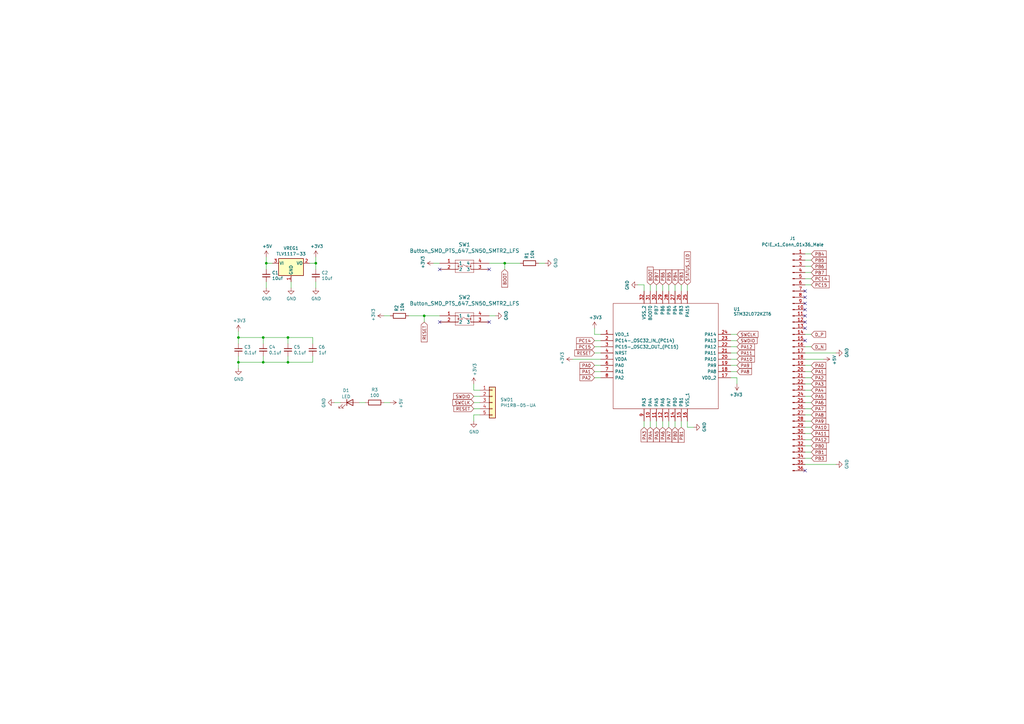
<source format=kicad_sch>
(kicad_sch (version 20211123) (generator eeschema)
  (paper "A3")
  (title_block (title "Uniform Keyboard"))
  (lib_symbols
    (symbol "Connector:Conn_01x36_Male" (pin_names (offset 1.016) hide)
      (property "Reference" "J" (at 0 45.72 0))
      (property "Value" "Conn_01x36_Male" (at 0 -48.26 0))
      (symbol "Conn_01x36_Male_1_1"
        (polyline (pts (xy 1.27 -45.72) (xy 0.8636 -45.72)) (stroke (width 0.1524)))
        (polyline (pts (xy 1.27 -43.18) (xy 0.8636 -43.18)) (stroke (width 0.1524)))
        (polyline (pts (xy 1.27 -40.64) (xy 0.8636 -40.64)) (stroke (width 0.1524)))
        (polyline (pts (xy 1.27 -38.1) (xy 0.8636 -38.1)) (stroke (width 0.1524)))
        (polyline (pts (xy 1.27 -35.56) (xy 0.8636 -35.56)) (stroke (width 0.1524)))
        (polyline (pts (xy 1.27 -33.02) (xy 0.8636 -33.02)) (stroke (width 0.1524)))
        (polyline (pts (xy 1.27 -30.48) (xy 0.8636 -30.48)) (stroke (width 0.1524)))
        (polyline (pts (xy 1.27 -27.94) (xy 0.8636 -27.94)) (stroke (width 0.1524)))
        (polyline (pts (xy 1.27 -25.4) (xy 0.8636 -25.4)) (stroke (width 0.1524)))
        (polyline (pts (xy 1.27 -22.86) (xy 0.8636 -22.86)) (stroke (width 0.1524)))
        (polyline (pts (xy 1.27 -20.32) (xy 0.8636 -20.32)) (stroke (width 0.1524)))
        (polyline (pts (xy 1.27 -17.78) (xy 0.8636 -17.78)) (stroke (width 0.1524)))
        (polyline (pts (xy 1.27 -15.24) (xy 0.8636 -15.24)) (stroke (width 0.1524)))
        (polyline (pts (xy 1.27 -12.7) (xy 0.8636 -12.7)) (stroke (width 0.1524)))
        (polyline (pts (xy 1.27 -10.16) (xy 0.8636 -10.16)) (stroke (width 0.1524)))
        (polyline (pts (xy 1.27 -7.62) (xy 0.8636 -7.62)) (stroke (width 0.1524)))
        (polyline (pts (xy 1.27 -5.08) (xy 0.8636 -5.08)) (stroke (width 0.1524)))
        (polyline (pts (xy 1.27 -2.54) (xy 0.8636 -2.54)) (stroke (width 0.1524)))
        (polyline (pts (xy 1.27 0) (xy 0.8636 0)) (stroke (width 0.1524)))
        (polyline (pts (xy 1.27 2.54) (xy 0.8636 2.54)) (stroke (width 0.1524)))
        (polyline (pts (xy 1.27 5.08) (xy 0.8636 5.08)) (stroke (width 0.1524)))
        (polyline (pts (xy 1.27 7.62) (xy 0.8636 7.62)) (stroke (width 0.1524)))
        (polyline (pts (xy 1.27 10.16) (xy 0.8636 10.16)) (stroke (width 0.1524)))
        (polyline (pts (xy 1.27 12.7) (xy 0.8636 12.7)) (stroke (width 0.1524)))
        (polyline (pts (xy 1.27 15.24) (xy 0.8636 15.24)) (stroke (width 0.1524)))
        (polyline (pts (xy 1.27 17.78) (xy 0.8636 17.78)) (stroke (width 0.1524)))
        (polyline (pts (xy 1.27 20.32) (xy 0.8636 20.32)) (stroke (width 0.1524)))
        (polyline (pts (xy 1.27 22.86) (xy 0.8636 22.86)) (stroke (width 0.1524)))
        (polyline (pts (xy 1.27 25.4) (xy 0.8636 25.4)) (stroke (width 0.1524)))
        (polyline (pts (xy 1.27 27.94) (xy 0.8636 27.94)) (stroke (width 0.1524)))
        (polyline (pts (xy 1.27 30.48) (xy 0.8636 30.48)) (stroke (width 0.1524)))
        (polyline (pts (xy 1.27 33.02) (xy 0.8636 33.02)) (stroke (width 0.1524)))
        (polyline (pts (xy 1.27 35.56) (xy 0.8636 35.56)) (stroke (width 0.1524)))
        (polyline (pts (xy 1.27 38.1) (xy 0.8636 38.1)) (stroke (width 0.1524)))
        (polyline (pts (xy 1.27 40.64) (xy 0.8636 40.64)) (stroke (width 0.1524)))
        (polyline (pts (xy 1.27 43.18) (xy 0.8636 43.18)) (stroke (width 0.1524)))
        (rectangle (start 0.8636 -45.593) (end 0 -45.847) (stroke (width 0.1524)) (fill (type outline)))
        (rectangle (start 0.8636 -43.053) (end 0 -43.307) (stroke (width 0.1524)) (fill (type outline)))
        (rectangle (start 0.8636 -40.513) (end 0 -40.767) (stroke (width 0.1524)) (fill (type outline)))
        (rectangle (start 0.8636 -37.973) (end 0 -38.227) (stroke (width 0.1524)) (fill (type outline)))
        (rectangle (start 0.8636 -35.433) (end 0 -35.687) (stroke (width 0.1524)) (fill (type outline)))
        (rectangle (start 0.8636 -32.893) (end 0 -33.147) (stroke (width 0.1524)) (fill (type outline)))
        (rectangle (start 0.8636 -30.353) (end 0 -30.607) (stroke (width 0.1524)) (fill (type outline)))
        (rectangle (start 0.8636 -27.813) (end 0 -28.067) (stroke (width 0.1524)) (fill (type outline)))
        (rectangle (start 0.8636 -25.273) (end 0 -25.527) (stroke (width 0.1524)) (fill (type outline)))
        (rectangle (start 0.8636 -22.733) (end 0 -22.987) (stroke (width 0.1524)) (fill (type outline)))
        (rectangle (start 0.8636 -20.193) (end 0 -20.447) (stroke (width 0.1524)) (fill (type outline)))
        (rectangle (start 0.8636 -17.653) (end 0 -17.907) (stroke (width 0.1524)) (fill (type outline)))
        (rectangle (start 0.8636 -15.113) (end 0 -15.367) (stroke (width 0.1524)) (fill (type outline)))
        (rectangle (start 0.8636 -12.573) (end 0 -12.827) (stroke (width 0.1524)) (fill (type outline)))
        (rectangle (start 0.8636 -10.033) (end 0 -10.287) (stroke (width 0.1524)) (fill (type outline)))
        (rectangle (start 0.8636 -7.493) (end 0 -7.747) (stroke (width 0.1524)) (fill (type outline)))
        (rectangle (start 0.8636 -4.953) (end 0 -5.207) (stroke (width 0.1524)) (fill (type outline)))
        (rectangle (start 0.8636 -2.413) (end 0 -2.667) (stroke (width 0.1524)) (fill (type outline)))
        (rectangle (start 0.8636 0.127) (end 0 -0.127) (stroke (width 0.1524)) (fill (type outline)))
        (rectangle (start 0.8636 2.667) (end 0 2.413) (stroke (width 0.1524)) (fill (type outline)))
        (rectangle (start 0.8636 5.207) (end 0 4.953) (stroke (width 0.1524)) (fill (type outline)))
        (rectangle (start 0.8636 7.747) (end 0 7.493) (stroke (width 0.1524)) (fill (type outline)))
        (rectangle (start 0.8636 10.287) (end 0 10.033) (stroke (width 0.1524)) (fill (type outline)))
        (rectangle (start 0.8636 12.827) (end 0 12.573) (stroke (width 0.1524)) (fill (type outline)))
        (rectangle (start 0.8636 15.367) (end 0 15.113) (stroke (width 0.1524)) (fill (type outline)))
        (rectangle (start 0.8636 17.907) (end 0 17.653) (stroke (width 0.1524)) (fill (type outline)))
        (rectangle (start 0.8636 20.447) (end 0 20.193) (stroke (width 0.1524)) (fill (type outline)))
        (rectangle (start 0.8636 22.987) (end 0 22.733) (stroke (width 0.1524)) (fill (type outline)))
        (rectangle (start 0.8636 25.527) (end 0 25.273) (stroke (width 0.1524)) (fill (type outline)))
        (rectangle (start 0.8636 28.067) (end 0 27.813) (stroke (width 0.1524)) (fill (type outline)))
        (rectangle (start 0.8636 30.607) (end 0 30.353) (stroke (width 0.1524)) (fill (type outline)))
        (rectangle (start 0.8636 33.147) (end 0 32.893) (stroke (width 0.1524)) (fill (type outline)))
        (rectangle (start 0.8636 35.687) (end 0 35.433) (stroke (width 0.1524)) (fill (type outline)))
        (rectangle (start 0.8636 38.227) (end 0 37.973) (stroke (width 0.1524)) (fill (type outline)))
        (rectangle (start 0.8636 40.767) (end 0 40.513) (stroke (width 0.1524)) (fill (type outline)))
        (rectangle (start 0.8636 43.307) (end 0 43.053) (stroke (width 0.1524)) (fill (type outline)))
        (pin passive line (at 5.08 43.18 180) (length 3.81) (name "Pin_1") (number "1"))
        (pin passive line (at 5.08 20.32 180) (length 3.81) (name "Pin_10") (number "10"))
        (pin passive line (at 5.08 17.78 180) (length 3.81) (name "Pin_11") (number "11"))
        (pin passive line (at 5.08 15.24 180) (length 3.81) (name "Pin_12") (number "12"))
        (pin passive line (at 5.08 12.7 180) (length 3.81) (name "Pin_13") (number "13"))
        (pin passive line (at 5.08 10.16 180) (length 3.81) (name "Pin_14") (number "14"))
        (pin passive line (at 5.08 7.62 180) (length 3.81) (name "Pin_15") (number "15"))
        (pin passive line (at 5.08 5.08 180) (length 3.81) (name "Pin_16") (number "16"))
        (pin passive line (at 5.08 2.54 180) (length 3.81) (name "Pin_17") (number "17"))
        (pin passive line (at 5.08 0 180) (length 3.81) (name "Pin_18") (number "18"))
        (pin passive line (at 5.08 -2.54 180) (length 3.81) (name "Pin_19") (number "19"))
        (pin passive line (at 5.08 40.64 180) (length 3.81) (name "Pin_2") (number "2"))
        (pin passive line (at 5.08 -5.08 180) (length 3.81) (name "Pin_20") (number "20"))
        (pin passive line (at 5.08 -7.62 180) (length 3.81) (name "Pin_21") (number "21"))
        (pin passive line (at 5.08 -10.16 180) (length 3.81) (name "Pin_22") (number "22"))
        (pin passive line (at 5.08 -12.7 180) (length 3.81) (name "Pin_23") (number "23"))
        (pin passive line (at 5.08 -15.24 180) (length 3.81) (name "Pin_24") (number "24"))
        (pin passive line (at 5.08 -17.78 180) (length 3.81) (name "Pin_25") (number "25"))
        (pin passive line (at 5.08 -20.32 180) (length 3.81) (name "Pin_26") (number "26"))
        (pin passive line (at 5.08 -22.86 180) (length 3.81) (name "Pin_27") (number "27"))
        (pin passive line (at 5.08 -25.4 180) (length 3.81) (name "Pin_28") (number "28"))
        (pin passive line (at 5.08 -27.94 180) (length 3.81) (name "Pin_29") (number "29"))
        (pin passive line (at 5.08 38.1 180) (length 3.81) (name "Pin_3") (number "3"))
        (pin passive line (at 5.08 -30.48 180) (length 3.81) (name "Pin_30") (number "30"))
        (pin passive line (at 5.08 -33.02 180) (length 3.81) (name "Pin_31") (number "31"))
        (pin passive line (at 5.08 -35.56 180) (length 3.81) (name "Pin_32") (number "32"))
        (pin passive line (at 5.08 -38.1 180) (length 3.81) (name "Pin_33") (number "33"))
        (pin passive line (at 5.08 -40.64 180) (length 3.81) (name "Pin_34") (number "34"))
        (pin passive line (at 5.08 -43.18 180) (length 3.81) (name "Pin_35") (number "35"))
        (pin passive line (at 5.08 -45.72 180) (length 3.81) (name "Pin_36") (number "36"))
        (pin passive line (at 5.08 35.56 180) (length 3.81) (name "Pin_4") (number "4"))
        (pin passive line (at 5.08 33.02 180) (length 3.81) (name "Pin_5") (number "5"))
        (pin passive line (at 5.08 30.48 180) (length 3.81) (name "Pin_6") (number "6"))
        (pin passive line (at 5.08 27.94 180) (length 3.81) (name "Pin_7") (number "7"))
        (pin passive line (at 5.08 25.4 180) (length 3.81) (name "Pin_8") (number "8"))
        (pin passive line (at 5.08 22.86 180) (length 3.81) (name "Pin_9") (number "9"))
      )
    )
    (symbol "Connector_Generic:Conn_01x05" (pin_names (offset 1.016) hide)
      (property "Reference" "J" (at 0 7.62 0))
      (property "Value" "Conn_01x05" (at 0 -7.62 0))
      (symbol "Conn_01x05_1_1"
        (rectangle (start -1.27 -4.953) (end 0 -5.207) (stroke (width 0.1524)))
        (rectangle (start -1.27 -2.413) (end 0 -2.667) (stroke (width 0.1524)))
        (rectangle (start -1.27 0.127) (end 0 -0.127) (stroke (width 0.1524)))
        (rectangle (start -1.27 2.667) (end 0 2.413) (stroke (width 0.1524)))
        (rectangle (start -1.27 5.207) (end 0 4.953) (stroke (width 0.1524)))
        (rectangle (start -1.27 6.35) (end 1.27 -6.35) (stroke (width 0.254)) (fill (type background)))
        (pin passive line (at -5.08 5.08 0) (length 3.81) (name "Pin_1") (number "1"))
        (pin passive line (at -5.08 2.54 0) (length 3.81) (name "Pin_2") (number "2"))
        (pin passive line (at -5.08 0 0) (length 3.81) (name "Pin_3") (number "3"))
        (pin passive line (at -5.08 -2.54 0) (length 3.81) (name "Pin_4") (number "4"))
        (pin passive line (at -5.08 -5.08 0) (length 3.81) (name "Pin_5") (number "5"))
      )
    )
    (symbol "Device:C_Small" (pin_numbers hide) (pin_names (offset 0.254) hide)
      (property "Reference" "C" (at 0.254 1.778 0))
      (property "Value" "C_Small" (at 0.254 -2.032 0))
      (symbol "C_Small_0_1"
        (polyline (pts (xy -1.524 -0.508) (xy 1.524 -0.508)) (stroke (width 0.3302)))
        (polyline (pts (xy -1.524 0.508) (xy 1.524 0.508)) (stroke (width 0.3048)))
      )
      (symbol "C_Small_1_1"
        (pin passive line (at 0 2.54 270) (length 2.032) (name "~") (number "1"))
        (pin passive line (at 0 -2.54 90) (length 2.032) (name "~") (number "2"))
      )
    )
    (symbol "Device:LED" (pin_numbers hide) (pin_names (offset 1.016) hide)
      (property "Reference" "D" (at 0 2.54 0))
      (property "Value" "LED" (at 0 -2.54 0))
      (symbol "LED_0_1"
        (polyline (pts (xy -1.27 -1.27) (xy -1.27 1.27)) (stroke (width 0.254)))
        (polyline (pts (xy -1.27 0) (xy 1.27 0)))
        (polyline (pts (xy 1.27 -1.27) (xy 1.27 1.27) (xy -1.27 0) (xy 1.27 -1.27)) (stroke (width 0.254)))
        (polyline (pts (xy -3.048 -0.762) (xy -4.572 -2.286) (xy -3.81 -2.286) (xy -4.572 -2.286) (xy -4.572 -1.524)))
        (polyline (pts (xy -1.778 -0.762) (xy -3.302 -2.286) (xy -2.54 -2.286) (xy -3.302 -2.286) (xy -3.302 -1.524)))
      )
      (symbol "LED_1_1"
        (pin passive line (at -3.81 0 0) (length 2.54) (name "K") (number "1"))
        (pin passive line (at 3.81 0 180) (length 2.54) (name "A") (number "2"))
      )
    )
    (symbol "Device:R" (pin_numbers hide) (pin_names (offset 0))
      (property "Reference" "R" (at 2.032 0 90))
      (property "Value" "R" (at 0 0 90))
      (symbol "R_0_1"
        (rectangle (start -1.016 -2.54) (end 1.016 2.54) (stroke (width 0.254)))
      )
      (symbol "R_1_1"
        (pin passive line (at 0 3.81 270) (length 1.27) (name "~") (number "1"))
        (pin passive line (at 0 -3.81 90) (length 1.27) (name "~") (number "2"))
      )
    )
    (symbol "Regulator_Linear:TLV1117-33" (pin_names (offset 0.254))
      (property "Reference" "U" (at -3.81 3.175 0))
      (property "Value" "TLV1117-33" (at 0 3.175 0))
      (symbol "TLV1117-33_0_1"
        (rectangle (start -5.08 -5.08) (end 5.08 1.905) (stroke (width 0.254)) (fill (type background)))
      )
      (symbol "TLV1117-33_1_1"
        (pin power_in line (at 0 -7.62 90) (length 2.54) (name "GND") (number "1"))
        (pin power_out line (at 7.62 0 180) (length 2.54) (name "VO") (number "2"))
        (pin power_in line (at -7.62 0 0) (length 2.54) (name "VI") (number "3"))
      )
    )
    (symbol "STM32L072KZT6:STM32L072KZT6" (pin_names (offset 0.762))
      (property "Reference" "IC" (at 49.53 17.78 0))
      (property "Value" "STM32L072KZT6" (at 49.53 15.24 0))
      (symbol "STM32L072KZT6_0_0"
        (pin passive line (at 0 0 0) (length 5.08) (name "VDD_1") (number "1"))
        (pin passive line (at 20.32 -35.56 90) (length 5.08) (name "PA4") (number "10"))
        (pin passive line (at 22.86 -35.56 90) (length 5.08) (name "PA5") (number "11"))
        (pin passive line (at 25.4 -35.56 90) (length 5.08) (name "PA6") (number "12"))
        (pin passive line (at 27.94 -35.56 90) (length 5.08) (name "PA7") (number "13"))
        (pin passive line (at 30.48 -35.56 90) (length 5.08) (name "PB0") (number "14"))
        (pin passive line (at 33.02 -35.56 90) (length 5.08) (name "PB1") (number "15"))
        (pin passive line (at 35.56 -35.56 90) (length 5.08) (name "VSS_1") (number "16"))
        (pin passive line (at 53.34 -17.78 180) (length 5.08) (name "VDD_2") (number "17"))
        (pin passive line (at 53.34 -15.24 180) (length 5.08) (name "PA8") (number "18"))
        (pin passive line (at 53.34 -12.7 180) (length 5.08) (name "PA9") (number "19"))
        (pin passive line (at 0 -2.54 0) (length 5.08) (name "PC14-_OSC32_IN_(PC14)") (number "2"))
        (pin passive line (at 53.34 -10.16 180) (length 5.08) (name "PA10") (number "20"))
        (pin passive line (at 53.34 -7.62 180) (length 5.08) (name "PA11") (number "21"))
        (pin passive line (at 53.34 -5.08 180) (length 5.08) (name "PA12") (number "22"))
        (pin passive line (at 53.34 -2.54 180) (length 5.08) (name "PA13") (number "23"))
        (pin passive line (at 53.34 0 180) (length 5.08) (name "PA14") (number "24"))
        (pin passive line (at 35.56 17.78 270) (length 5.08) (name "PA15") (number "25"))
        (pin passive line (at 33.02 17.78 270) (length 5.08) (name "PB3") (number "26"))
        (pin passive line (at 30.48 17.78 270) (length 5.08) (name "PB4") (number "27"))
        (pin passive line (at 27.94 17.78 270) (length 5.08) (name "PB5") (number "28"))
        (pin passive line (at 25.4 17.78 270) (length 5.08) (name "PB6") (number "29"))
        (pin passive line (at 0 -5.08 0) (length 5.08) (name "PC15-_OSC32_OUT_(PC15)") (number "3"))
        (pin passive line (at 22.86 17.78 270) (length 5.08) (name "PB7") (number "30"))
        (pin passive line (at 20.32 17.78 270) (length 5.08) (name "BOOT0") (number "31"))
        (pin passive line (at 17.78 17.78 270) (length 5.08) (name "VSS_2") (number "32"))
        (pin passive line (at 0 -7.62 0) (length 5.08) (name "NRST") (number "4"))
        (pin passive line (at 0 -10.16 0) (length 5.08) (name "VDDA") (number "5"))
        (pin passive line (at 0 -12.7 0) (length 5.08) (name "PA0") (number "6"))
        (pin passive line (at 0 -15.24 0) (length 5.08) (name "PA1") (number "7"))
        (pin passive line (at 0 -17.78 0) (length 5.08) (name "PA2") (number "8"))
        (pin passive line (at 17.78 -35.56 90) (length 5.08) (name "PA3") (number "9"))
      )
      (symbol "STM32L072KZT6_0_1"
        (polyline (pts (xy 5.08 12.7) (xy 48.26 12.7) (xy 48.26 -30.48) (xy 5.08 -30.48) (xy 5.08 12.7)) (stroke (width 0.1524)))
      )
    )
    (symbol "Uniform:Button_SMD_PTS_647_SN50_SMTR2_LFS" (pin_names (offset 0.254))
      (property "Reference" "SW" (at 0 7.62 0))
      (property "Value" "Button_SMD_PTS_647_SN50_SMTR2_LFS" (at 0 5.08 0))
      (symbol "Button_SMD_PTS_647_SN50_SMTR2_LFS_0_1"
        (circle (center -2.54 0) (radius 0.127) (stroke (width 0.254)))
        (circle (center -1.016 0) (radius 0.254) (stroke (width 0.127)))
        (polyline (pts (xy -3.81 -2.54) (xy 3.81 -2.54)) (stroke (width 0.127)))
        (polyline (pts (xy -3.81 2.54) (xy -3.81 -2.54)) (stroke (width 0.127)))
        (polyline (pts (xy -2.54 0) (xy -1.27 0)) (stroke (width 0.127)))
        (polyline (pts (xy -2.54 1.27) (xy -2.54 -1.27)) (stroke (width 0.127)))
        (polyline (pts (xy -0.762 0.762) (xy 0.762 0)) (stroke (width 0.127)))
        (polyline (pts (xy 2.54 0) (xy 1.27 0)) (stroke (width 0.127)))
        (polyline (pts (xy 2.54 1.27) (xy 2.54 -1.27)) (stroke (width 0.127)))
        (polyline (pts (xy 3.81 -2.54) (xy 3.81 2.54)) (stroke (width 0.127)))
        (polyline (pts (xy 3.81 2.54) (xy -3.81 2.54)) (stroke (width 0.127)))
        (circle (center 1.016 0) (radius 0.254) (stroke (width 0.127)))
        (circle (center 2.54 0) (radius 0.127) (stroke (width 0.254)))
        (pin unspecified line (at -10.16 1.27 0) (length 7.62) (name "1") (number "1"))
        (pin unspecified line (at -10.16 -1.27 0) (length 7.62) (name "2") (number "2"))
        (pin unspecified line (at 10.16 -1.27 180) (length 7.62) (name "3") (number "3"))
        (pin unspecified line (at 10.16 1.27 180) (length 7.62) (name "4") (number "4"))
      )
    )
    (symbol "power:+3.3V" (power) (pin_names (offset 0))
      (property "Value" "+3.3V" (at 0 3.556 0))
      (symbol "+3.3V_0_1"
        (polyline (pts (xy -0.762 1.27) (xy 0 2.54)))
        (polyline (pts (xy 0 0) (xy 0 2.54)))
        (polyline (pts (xy 0 2.54) (xy 0.762 1.27)))
      )
      (symbol "+3.3V_1_1"
        (pin power_in line (at 0 0 90) (length 0) hide (name "+3V3") (number "1"))
      )
    )
    (symbol "power:+5V" (power) (pin_names (offset 0))
      (property "Value" "+5V" (at 0 3.556 0))
      (symbol "+5V_0_1"
        (polyline (pts (xy -0.762 1.27) (xy 0 2.54)))
        (polyline (pts (xy 0 0) (xy 0 2.54)))
        (polyline (pts (xy 0 2.54) (xy 0.762 1.27)))
      )
      (symbol "+5V_1_1"
        (pin power_in line (at 0 0 90) (length 0) hide (name "+5V") (number "1"))
      )
    )
    (symbol "power:GND" (power) (pin_names (offset 0))
      (property "Value" "GND" (at 0 -3.81 0))
      (symbol "GND_0_1"
        (polyline (pts (xy 0 0) (xy 0 -1.27) (xy 1.27 -1.27) (xy 0 -2.54) (xy -1.27 -1.27) (xy 0 -1.27)))
      )
      (symbol "GND_1_1"
        (pin power_in line (at 0 0 270) (length 0) hide (name "GND") (number "1"))
      )
    )
  )
  (junction (at 107.95 148.59))
  (junction (at 207.01 107.95))
  (junction (at 97.79 148.59))
  (junction (at 107.95 138.43))
  (junction (at 97.79 138.43))
  (junction (at 173.99 129.54))
  (junction (at 118.11 148.59))
  (junction (at 129.54 107.95))
  (junction (at 109.22 107.95))
  (junction (at 118.11 138.43))
  (no_connect (at 330.2 124.46))
  (no_connect (at 330.2 139.7))
  (no_connect (at 330.2 132.08))
  (no_connect (at 200.66 132.08))
  (no_connect (at 180.34 132.08))
  (no_connect (at 330.2 119.38))
  (no_connect (at 200.66 110.49))
  (no_connect (at 330.2 134.62))
  (no_connect (at 330.2 129.54))
  (no_connect (at 330.2 127))
  (no_connect (at 180.34 110.49))
  (no_connect (at 330.2 193.04))
  (no_connect (at 330.2 121.92))
  (wire (pts (xy 220.98 107.95) (xy 223.52 107.95)))
  (wire (pts (xy 129.54 105.41) (xy 129.54 107.95)))
  (wire (pts (xy 111.76 107.95) (xy 109.22 107.95)))
  (wire (pts (xy 330.2 142.24) (xy 332.74 142.24)))
  (wire (pts (xy 299.72 152.4) (xy 302.26 152.4)))
  (wire (pts (xy 97.79 138.43) (xy 97.79 140.97)))
  (wire (pts (xy 281.94 172.72) (xy 281.94 175.26)))
  (wire (pts (xy 330.2 116.84) (xy 332.74 116.84)))
  (wire (pts (xy 107.95 138.43) (xy 107.95 140.97)))
  (wire (pts (xy 194.31 160.02) (xy 196.85 160.02)))
  (wire (pts (xy 330.2 190.5) (xy 342.9 190.5)))
  (wire (pts (xy 302.26 142.24) (xy 299.72 142.24)))
  (wire (pts (xy 330.2 170.18) (xy 332.74 170.18)))
  (wire (pts (xy 246.38 147.32) (xy 234.95 147.32)))
  (wire (pts (xy 243.84 142.24) (xy 246.38 142.24)))
  (wire (pts (xy 281.94 175.26) (xy 284.48 175.26)))
  (wire (pts (xy 281.94 119.38) (xy 281.94 116.84)))
  (wire (pts (xy 264.16 119.38) (xy 264.16 116.84)))
  (wire (pts (xy 109.22 105.41) (xy 109.22 107.95)))
  (wire (pts (xy 243.84 154.94) (xy 246.38 154.94)))
  (wire (pts (xy 330.2 160.02) (xy 332.74 160.02)))
  (wire (pts (xy 274.32 172.72) (xy 274.32 175.26)))
  (wire (pts (xy 276.86 119.38) (xy 276.86 116.84)))
  (wire (pts (xy 302.26 139.7) (xy 299.72 139.7)))
  (wire (pts (xy 194.31 162.56) (xy 196.85 162.56)))
  (wire (pts (xy 330.2 187.96) (xy 332.74 187.96)))
  (wire (pts (xy 97.79 148.59) (xy 107.95 148.59)))
  (wire (pts (xy 299.72 154.94) (xy 302.26 154.94)))
  (wire (pts (xy 243.84 134.62) (xy 243.84 137.16)))
  (wire (pts (xy 330.2 154.94) (xy 332.74 154.94)))
  (wire (pts (xy 107.95 138.43) (xy 118.11 138.43)))
  (wire (pts (xy 264.16 116.84) (xy 261.62 116.84)))
  (wire (pts (xy 330.2 149.86) (xy 332.74 149.86)))
  (wire (pts (xy 173.99 129.54) (xy 173.99 132.08)))
  (wire (pts (xy 109.22 107.95) (xy 109.22 110.49)))
  (wire (pts (xy 269.24 172.72) (xy 269.24 175.26)))
  (wire (pts (xy 118.11 148.59) (xy 118.11 146.05)))
  (wire (pts (xy 302.26 154.94) (xy 302.26 157.48)))
  (wire (pts (xy 194.31 170.18) (xy 194.31 172.72)))
  (wire (pts (xy 330.2 104.14) (xy 332.74 104.14)))
  (wire (pts (xy 243.84 149.86) (xy 246.38 149.86)))
  (wire (pts (xy 330.2 182.88) (xy 332.74 182.88)))
  (wire (pts (xy 330.2 137.16) (xy 332.74 137.16)))
  (wire (pts (xy 302.26 144.78) (xy 299.72 144.78)))
  (wire (pts (xy 194.31 157.48) (xy 194.31 160.02)))
  (wire (pts (xy 330.2 106.68) (xy 332.74 106.68)))
  (wire (pts (xy 299.72 149.86) (xy 302.26 149.86)))
  (wire (pts (xy 330.2 185.42) (xy 332.74 185.42)))
  (wire (pts (xy 276.86 172.72) (xy 276.86 175.26)))
  (wire (pts (xy 137.16 165.1) (xy 139.7 165.1)))
  (wire (pts (xy 97.79 138.43) (xy 107.95 138.43)))
  (wire (pts (xy 207.01 107.95) (xy 213.36 107.95)))
  (wire (pts (xy 119.38 118.11) (xy 119.38 115.57)))
  (wire (pts (xy 200.66 107.95) (xy 207.01 107.95)))
  (wire (pts (xy 173.99 129.54) (xy 180.34 129.54)))
  (wire (pts (xy 299.72 147.32) (xy 302.26 147.32)))
  (wire (pts (xy 330.2 114.3) (xy 332.74 114.3)))
  (wire (pts (xy 330.2 177.8) (xy 332.74 177.8)))
  (wire (pts (xy 196.85 167.64) (xy 194.31 167.64)))
  (wire (pts (xy 157.48 165.1) (xy 160.02 165.1)))
  (wire (pts (xy 266.7 119.38) (xy 266.7 116.84)))
  (wire (pts (xy 97.79 146.05) (xy 97.79 148.59)))
  (wire (pts (xy 330.2 180.34) (xy 332.74 180.34)))
  (wire (pts (xy 97.79 148.59) (xy 97.79 151.13)))
  (wire (pts (xy 97.79 135.89) (xy 97.79 138.43)))
  (wire (pts (xy 194.31 165.1) (xy 196.85 165.1)))
  (wire (pts (xy 330.2 167.64) (xy 332.74 167.64)))
  (wire (pts (xy 129.54 115.57) (xy 129.54 118.11)))
  (wire (pts (xy 330.2 111.76) (xy 332.74 111.76)))
  (wire (pts (xy 330.2 144.78) (xy 342.9 144.78)))
  (wire (pts (xy 330.2 172.72) (xy 332.74 172.72)))
  (wire (pts (xy 167.64 129.54) (xy 173.99 129.54)))
  (wire (pts (xy 269.24 119.38) (xy 269.24 116.84)))
  (wire (pts (xy 330.2 175.26) (xy 332.74 175.26)))
  (wire (pts (xy 330.2 162.56) (xy 332.74 162.56)))
  (wire (pts (xy 330.2 157.48) (xy 332.74 157.48)))
  (wire (pts (xy 271.78 172.72) (xy 271.78 175.26)))
  (wire (pts (xy 330.2 152.4) (xy 332.74 152.4)))
  (wire (pts (xy 129.54 107.95) (xy 129.54 110.49)))
  (wire (pts (xy 246.38 139.7) (xy 243.84 139.7)))
  (wire (pts (xy 147.32 165.1) (xy 149.86 165.1)))
  (wire (pts (xy 200.66 129.54) (xy 203.2 129.54)))
  (wire (pts (xy 107.95 148.59) (xy 118.11 148.59)))
  (wire (pts (xy 128.27 148.59) (xy 128.27 146.05)))
  (wire (pts (xy 243.84 152.4) (xy 246.38 152.4)))
  (wire (pts (xy 274.32 119.38) (xy 274.32 116.84)))
  (wire (pts (xy 279.4 116.84) (xy 279.4 119.38)))
  (wire (pts (xy 177.8 107.95) (xy 180.34 107.95)))
  (wire (pts (xy 107.95 146.05) (xy 107.95 148.59)))
  (wire (pts (xy 207.01 110.49) (xy 207.01 107.95)))
  (wire (pts (xy 128.27 138.43) (xy 128.27 140.97)))
  (wire (pts (xy 118.11 148.59) (xy 128.27 148.59)))
  (wire (pts (xy 330.2 147.32) (xy 337.82 147.32)))
  (wire (pts (xy 330.2 165.1) (xy 332.74 165.1)))
  (wire (pts (xy 243.84 137.16) (xy 246.38 137.16)))
  (wire (pts (xy 196.85 170.18) (xy 194.31 170.18)))
  (wire (pts (xy 118.11 138.43) (xy 128.27 138.43)))
  (wire (pts (xy 271.78 119.38) (xy 271.78 116.84)))
  (wire (pts (xy 279.4 172.72) (xy 279.4 175.26)))
  (wire (pts (xy 157.48 129.54) (xy 160.02 129.54)))
  (wire (pts (xy 118.11 138.43) (xy 118.11 140.97)))
  (wire (pts (xy 264.16 172.72) (xy 264.16 175.26)))
  (wire (pts (xy 127 107.95) (xy 129.54 107.95)))
  (wire (pts (xy 330.2 109.22) (xy 332.74 109.22)))
  (wire (pts (xy 246.38 144.78) (xy 243.84 144.78)))
  (wire (pts (xy 266.7 172.72) (xy 266.7 175.26)))
  (wire (pts (xy 302.26 137.16) (xy 299.72 137.16)))
  (wire (pts (xy 109.22 115.57) (xy 109.22 118.11)))
  (global_label "PB1" (shape input) (at 332.74 185.42 0) (property "Intersheet References" "${INTERSHEET_REFS}" (effects hide)))
  (global_label "PA0" (shape input) (at 332.74 149.86 0) (property "Intersheet References" "${INTERSHEET_REFS}" (effects hide)))
  (global_label "SWCLK" (shape input) (at 194.31 165.1 180) (property "Intersheet References" "${INTERSHEET_REFS}" (effects hide)))
  (global_label "PA5" (shape input) (at 332.74 162.56 0) (property "Intersheet References" "${INTERSHEET_REFS}" (effects hide)))
  (global_label "BOOT" (shape input) (at 207.01 110.49 270) (property "Intersheet References" "${INTERSHEET_REFS}" (effects hide)))
  (global_label "PA0" (shape input) (at 243.84 149.86 180) (property "Intersheet References" "${INTERSHEET_REFS}" (effects hide)))
  (global_label "PC14" (shape input) (at 332.74 114.3 0) (property "Intersheet References" "${INTERSHEET_REFS}" (effects hide)))
  (global_label "PA8" (shape input) (at 332.74 170.18 0) (property "Intersheet References" "${INTERSHEET_REFS}" (effects hide)))
  (global_label "PB1" (shape input) (at 279.4 175.26 270) (property "Intersheet References" "${INTERSHEET_REFS}" (effects hide)))
  (global_label "PA10" (shape input) (at 332.74 175.26 0) (property "Intersheet References" "${INTERSHEET_REFS}" (effects hide)))
  (global_label "PB5" (shape input) (at 274.32 116.84 90) (property "Intersheet References" "${INTERSHEET_REFS}" (effects hide)))
  (global_label "PA4" (shape input) (at 332.74 160.02 0) (property "Intersheet References" "${INTERSHEET_REFS}" (effects hide)))
  (global_label "PA2" (shape input) (at 332.74 154.94 0) (property "Intersheet References" "${INTERSHEET_REFS}" (effects hide)))
  (global_label "STATUS_LED" (shape input) (at 281.94 116.84 90) (property "Intersheet References" "${INTERSHEET_REFS}" (effects hide)))
  (global_label "BOOT" (shape input) (at 266.7 116.84 90) (property "Intersheet References" "${INTERSHEET_REFS}" (effects hide)))
  (global_label "PB7" (shape input) (at 269.24 116.84 90) (property "Intersheet References" "${INTERSHEET_REFS}" (effects hide)))
  (global_label "PA7" (shape input) (at 274.32 175.26 270) (property "Intersheet References" "${INTERSHEET_REFS}" (effects hide)))
  (global_label "PB6" (shape input) (at 332.74 109.22 0) (property "Intersheet References" "${INTERSHEET_REFS}" (effects hide)))
  (global_label "SWDIO" (shape input) (at 302.26 139.7 0) (property "Intersheet References" "${INTERSHEET_REFS}" (effects hide)))
  (global_label "D_N" (shape input) (at 332.74 142.24 0) (property "Intersheet References" "${INTERSHEET_REFS}" (effects hide)))
  (global_label "PA1" (shape input) (at 332.74 152.4 0) (property "Intersheet References" "${INTERSHEET_REFS}" (effects hide)))
  (global_label "PB4" (shape input) (at 276.86 116.84 90) (property "Intersheet References" "${INTERSHEET_REFS}" (effects hide)))
  (global_label "PA3" (shape input) (at 264.16 175.26 270) (property "Intersheet References" "${INTERSHEET_REFS}" (effects hide)))
  (global_label "RESET" (shape input) (at 194.31 167.64 180) (property "Intersheet References" "${INTERSHEET_REFS}" (effects hide)))
  (global_label "SWDIO" (shape input) (at 194.31 162.56 180) (property "Intersheet References" "${INTERSHEET_REFS}" (effects hide)))
  (global_label "PA5" (shape input) (at 269.24 175.26 270) (property "Intersheet References" "${INTERSHEET_REFS}" (effects hide)))
  (global_label "PC15" (shape input) (at 243.84 142.24 180) (property "Intersheet References" "${INTERSHEET_REFS}" (effects hide)))
  (global_label "PA4" (shape input) (at 266.7 175.26 270) (property "Intersheet References" "${INTERSHEET_REFS}" (effects hide)))
  (global_label "PA7" (shape input) (at 332.74 167.64 0) (property "Intersheet References" "${INTERSHEET_REFS}" (effects hide)))
  (global_label "PC15" (shape input) (at 332.74 116.84 0) (property "Intersheet References" "${INTERSHEET_REFS}" (effects hide)))
  (global_label "RESET" (shape input) (at 173.99 132.08 270) (property "Intersheet References" "${INTERSHEET_REFS}" (effects hide)))
  (global_label "PA11" (shape input) (at 302.26 144.78 0) (property "Intersheet References" "${INTERSHEET_REFS}" (effects hide)))
  (global_label "PA12" (shape input) (at 302.26 142.24 0) (property "Intersheet References" "${INTERSHEET_REFS}" (effects hide)))
  (global_label "PB3" (shape input) (at 279.4 116.84 90) (property "Intersheet References" "${INTERSHEET_REFS}" (effects hide)))
  (global_label "PC14" (shape input) (at 243.84 139.7 180) (property "Intersheet References" "${INTERSHEET_REFS}" (effects hide)))
  (global_label "PA12" (shape input) (at 332.74 180.34 0) (property "Intersheet References" "${INTERSHEET_REFS}" (effects hide)))
  (global_label "PB3" (shape input) (at 332.74 187.96 0) (property "Intersheet References" "${INTERSHEET_REFS}" (effects hide)))
  (global_label "RESET" (shape input) (at 243.84 144.78 180) (property "Intersheet References" "${INTERSHEET_REFS}" (effects hide)))
  (global_label "PA9" (shape input) (at 332.74 172.72 0) (property "Intersheet References" "${INTERSHEET_REFS}" (effects hide)))
  (global_label "PB6" (shape input) (at 271.78 116.84 90) (property "Intersheet References" "${INTERSHEET_REFS}" (effects hide)))
  (global_label "PA11" (shape input) (at 332.74 177.8 0) (property "Intersheet References" "${INTERSHEET_REFS}" (effects hide)))
  (global_label "PA3" (shape input) (at 332.74 157.48 0) (property "Intersheet References" "${INTERSHEET_REFS}" (effects hide)))
  (global_label "PA9" (shape input) (at 302.26 149.86 0) (property "Intersheet References" "${INTERSHEET_REFS}" (effects hide)))
  (global_label "PA6" (shape input) (at 332.74 165.1 0) (property "Intersheet References" "${INTERSHEET_REFS}" (effects hide)))
  (global_label "PB0" (shape input) (at 276.86 175.26 270) (property "Intersheet References" "${INTERSHEET_REFS}" (effects hide)))
  (global_label "PA6" (shape input) (at 271.78 175.26 270) (property "Intersheet References" "${INTERSHEET_REFS}" (effects hide)))
  (global_label "PB7" (shape input) (at 332.74 111.76 0) (property "Intersheet References" "${INTERSHEET_REFS}" (effects hide)))
  (global_label "PA2" (shape input) (at 243.84 154.94 180) (property "Intersheet References" "${INTERSHEET_REFS}" (effects hide)))
  (global_label "PB5" (shape input) (at 332.74 106.68 0) (property "Intersheet References" "${INTERSHEET_REFS}" (effects hide)))
  (global_label "D_P" (shape input) (at 332.74 137.16 0) (property "Intersheet References" "${INTERSHEET_REFS}" (effects hide)))
  (global_label "SWCLK" (shape input) (at 302.26 137.16 0) (property "Intersheet References" "${INTERSHEET_REFS}" (effects hide)))
  (global_label "PB0" (shape input) (at 332.74 182.88 0) (property "Intersheet References" "${INTERSHEET_REFS}" (effects hide)))
  (global_label "PA1" (shape input) (at 243.84 152.4 180) (property "Intersheet References" "${INTERSHEET_REFS}" (effects hide)))
  (global_label "PA8" (shape input) (at 302.26 152.4 0) (property "Intersheet References" "${INTERSHEET_REFS}" (effects hide)))
  (global_label "PA10" (shape input) (at 302.26 147.32 0) (property "Intersheet References" "${INTERSHEET_REFS}" (effects hide)))
  (global_label "PB4" (shape input) (at 332.74 104.14 0) (property "Intersheet References" "${INTERSHEET_REFS}" (effects hide)))
  (symbol (lib_id "Device:C_Small") (at 97.79 143.51 0) (unit 1)
    (property "Reference" "C3" (at 100.1268 142.3416 0) (effects (justify left)))
    (property "Value" "0.1uf" (at 100.1268 144.653 0) (effects (justify left)))
    (property "Footprint" "Capacitor_SMD:C_0603_1608Metric_Pad1.08x0.95mm_HandSolder" (effects hide))
  )
  (symbol (lib_id "Device:C_Small") (at 107.95 143.51 0) (unit 1)
    (property "Reference" "C4" (at 110.2868 142.3416 0) (effects (justify left)))
    (property "Value" "0.1uf" (at 110.2868 144.653 0) (effects (justify left)))
    (property "Footprint" "Capacitor_SMD:C_0603_1608Metric_Pad1.08x0.95mm_HandSolder" (effects hide))
  )
  (symbol (lib_id "power:+3.3V") (at 194.31 157.48 0) (unit 1)
    (property "Reference" "#PWR0108" (effects hide))
    (property "Value" "+3.3V" (at 194.691 154.2288 90) (effects (justify left)))
  )
  (symbol (lib_id "power:+3.3V") (at 97.79 135.89 0) (unit 1)
    (property "Reference" "#PWR0104" (effects hide))
    (property "Value" "+3.3V" (at 98.171 131.4958 0))
  )
  (symbol (lib_id "power:GND") (at 194.31 172.72 0) (unit 1)
    (property "Reference" "#PWR0109" (effects hide))
    (property "Value" "GND" (at 194.437 177.1142 0))
  )
  (symbol (lib_id "power:GND") (at 97.79 151.13 0) (unit 1)
    (property "Reference" "#PWR0105" (effects hide))
    (property "Value" "GND" (at 97.917 155.5242 0))
  )
  (symbol (lib_id "power:+3.3V") (at 243.84 134.62 0) (unit 1)
    (property "Reference" "#PWR0124" (effects hide))
    (property "Value" "+3.3V" (at 244.221 130.2258 0))
  )
  (symbol (lib_id "power:+3.3V") (at 234.95 147.32 90) (unit 1)
    (property "Reference" "#PWR0120" (effects hide))
    (property "Value" "+3.3V" (at 230.5558 146.939 0))
  )
  (symbol (lib_id "power:+3.3V") (at 302.26 157.48 180) (unit 1)
    (property "Reference" "#PWR0121" (effects hide))
    (property "Value" "+3.3V" (at 301.879 161.8742 0))
  )
  (symbol (lib_id "power:GND") (at 109.22 118.11 0) (unit 1)
    (property "Reference" "#PWR0106" (effects hide))
    (property "Value" "GND" (at 109.347 122.5042 0))
  )
  (symbol (lib_id "power:GND") (at 129.54 118.11 0) (unit 1)
    (property "Reference" "#PWR0107" (effects hide))
    (property "Value" "GND" (at 129.667 122.5042 0))
  )
  (symbol (lib_id "power:GND") (at 284.48 175.26 90) (unit 1)
    (property "Reference" "#PWR0122" (effects hide))
    (property "Value" "GND" (at 288.8742 175.133 0))
  )
  (symbol (lib_id "power:GND") (at 261.62 116.84 270) (unit 1)
    (property "Reference" "#PWR0123" (effects hide))
    (property "Value" "GND" (at 257.2258 116.967 0))
  )
  (symbol (lib_id "Connector_Generic:Conn_01x05") (at 201.93 165.1 0) (unit 1)
    (property "Reference" "SWD1" (at 205.232 163.9316 0) (effects (justify left)))
    (property "Value" "PH1RB-05-UA" (at 205.232 166.243 0) (effects (justify left)))
    (property "Footprint" "Connector_PinHeader_2.54mm:PinHeader_1x05_P2.54mm_Vertical" (effects hide))
    (property "Product_Type" "Connector" (effects hide))
    (property "Comment" "826629-5" (effects hide))
    (property "EU_RoHS_Compliance" "Compliant" (effects hide))
    (property "Centerline_Pitch" "2.54 mm[.1 in]" (effects hide))
    (property "Number_of_Positions" "5" (effects hide))
  )
  (symbol (lib_id "Regulator_Linear:TLV1117-33") (at 119.38 107.95 0) (unit 1)
    (property "Reference" "VREG1" (at 119.38 101.8032 0))
    (property "Value" "TLV1117-33" (at 119.38 104.1146 0))
    (property "Footprint" "TLV1117-33IDCY:SOT230P700X180-4N" (effects hide))
    (property "Datasheet" "http://www.ti.com/lit/ds/symlink/tlv1117.pdf" (effects hide))
  )
  (symbol (lib_id "power:GND") (at 119.38 118.11 0) (unit 1)
    (property "Reference" "#PWR0101" (effects hide))
    (property "Value" "GND" (at 119.507 122.5042 0))
  )
  (symbol (lib_id "Device:C_Small") (at 129.54 113.03 0) (unit 1)
    (property "Reference" "C2" (at 131.8768 111.8616 0) (effects (justify left)))
    (property "Value" "10uf" (at 131.8768 114.173 0) (effects (justify left)))
    (property "Footprint" "Capacitor_SMD:C_0603_1608Metric_Pad1.08x0.95mm_HandSolder" (effects hide))
  )
  (symbol (lib_id "Device:C_Small") (at 109.22 113.03 0) (unit 1)
    (property "Reference" "C1" (at 111.5568 111.8616 0) (effects (justify left)))
    (property "Value" "10uf" (at 111.5568 114.173 0) (effects (justify left)))
    (property "Footprint" "Capacitor_SMD:C_0603_1608Metric_Pad1.08x0.95mm_HandSolder" (effects hide))
  )
  (symbol (lib_id "power:+3.3V") (at 129.54 105.41 0) (unit 1)
    (property "Reference" "#PWR0102" (effects hide))
    (property "Value" "+3.3V" (at 129.921 101.0158 0))
  )
  (symbol (lib_id "power:+5V") (at 109.22 105.41 0) (unit 1)
    (property "Reference" "#PWR0103" (effects hide))
    (property "Value" "+5V" (at 109.601 101.0158 0))
  )
  (symbol (lib_id "Device:C_Small") (at 118.11 143.51 0) (unit 1)
    (property "Reference" "C5" (at 120.4468 142.3416 0) (effects (justify left)))
    (property "Value" "0.1uf" (at 120.4468 144.653 0) (effects (justify left)))
    (property "Footprint" "Capacitor_SMD:C_0603_1608Metric_Pad1.08x0.95mm_HandSolder" (effects hide))
  )
  (symbol (lib_id "Device:C_Small") (at 128.27 143.51 0) (unit 1)
    (property "Reference" "C6" (at 130.6068 142.3416 0) (effects (justify left)))
    (property "Value" "1uf" (at 130.6068 144.653 0) (effects (justify left)))
    (property "Footprint" "Capacitor_SMD:C_0603_1608Metric_Pad1.08x0.95mm_HandSolder" (effects hide))
  )
  (symbol (lib_id "STM32L072KZT6:STM32L072KZT6") (at 246.38 137.16 0) (unit 1)
    (property "Reference" "U1" (at 300.8376 126.7714 0) (effects (justify left)))
    (property "Value" "STM32L072KZT6" (at 300.8376 128.778 0) (effects (justify left)))
    (property "Footprint" "STM32L072KZT6:QFP80P900X900X160-32N" (effects hide))
    (property "Datasheet" "https://www.arrow.com/en/products/stm32l072kzt6/stmicroelectronics" (effects hide))
    (property "Description" "ARM Microcontrollers - MCU Ultra-low-power ARM Cortex-M0+ MCU with 192-Kbytes Flash, 32 MHz CPU, USB" (effects hide))
    (property "Height" "1.6" (effects hide))
    (property "Mouser Part Number" "511-STM32L072KZT6" (effects hide))
    (property "Mouser Price/Stock" "https://www.mouser.co.uk/ProductDetail/STMicroelectronics/STM32L072KZT6?qs=mwoc%252BQmZlGJ4eN3sEity4A%3D%3D" (effects hide))
    (property "Manufacturer_Name" "STMicroelectronics" (effects hide))
    (property "Manufacturer_Part_Number" "STM32L072KZT6" (effects hide))
  )
  (symbol (lib_id "Device:R") (at 153.67 165.1 270) (unit 1)
    (property "Reference" "R3" (at 153.67 159.8422 90))
    (property "Value" "100" (at 153.67 162.1536 90))
    (property "Footprint" "Resistor_SMD:R_0603_1608Metric_Pad0.98x0.95mm_HandSolder" (effects hide))
  )
  (symbol (lib_id "power:+3.3V") (at 177.8 107.95 90) (unit 1)
    (property "Reference" "#PWR?" (effects hide))
    (property "Value" "+3.3V" (at 173.4058 107.569 0))
  )
  (symbol (lib_id "power:GND") (at 203.2 129.54 90) (unit 1)
    (property "Reference" "#PWR?" (effects hide))
    (property "Value" "GND" (at 207.5942 129.413 0))
  )
  (symbol (lib_id "power:+5V") (at 160.02 165.1 270) (unit 1)
    (property "Reference" "#PWR?" (effects hide))
    (property "Value" "+5V" (at 164.4142 165.481 0))
  )
  (symbol (lib_id "power:GND") (at 223.52 107.95 90) (unit 1)
    (property "Reference" "#PWR?" (effects hide))
    (property "Value" "GND" (at 227.9142 107.823 0))
  )
  (symbol (lib_id "Uniform:Button_SMD_PTS_647_SN50_SMTR2_LFS") (at 190.5 109.22 0) (unit 1)
    (property "Reference" "SW1" (at 190.5 100.33 0) (effects (font (size 1.524 1.524))))
    (property "Value" "Button_SMD_PTS_647_SN50_SMTR2_LFS" (at 190.5 102.87 0) (effects (font (size 1.524 1.524))))
    (property "Footprint" "PTS 647 SN50 SMTR2 LFS" (effects hide))
    (property "Datasheet" "PTS 647 SN50 SMTR2 LFS" (effects hide))
  )
  (symbol (lib_id "power:+3.3V") (at 157.48 129.54 90) (unit 1)
    (property "Reference" "#PWR?" (effects hide))
    (property "Value" "+3.3V" (at 153.0858 129.159 0))
  )
  (symbol (lib_id "power:GND") (at 342.9 190.5 90) (unit 1)
    (property "Reference" "#PWR?" (effects hide))
    (property "Value" "GND" (at 347.2942 190.373 0))
  )
  (symbol (lib_id "power:+5V") (at 337.82 147.32 270) (unit 1)
    (property "Reference" "#PWR?" (effects hide))
    (property "Value" "+5V" (at 342.2142 147.701 0))
  )
  (symbol (lib_id "Device:R") (at 163.83 129.54 90) (unit 1)
    (property "Reference" "R2" (at 162.6616 127.762 0) (effects (justify left)))
    (property "Value" "10k" (at 164.973 127.762 0) (effects (justify left)))
    (property "Footprint" "Resistor_SMD:R_0603_1608Metric_Pad0.98x0.95mm_HandSolder" (effects hide))
  )
  (symbol (lib_id "Device:R") (at 217.17 107.95 90) (unit 1)
    (property "Reference" "R1" (at 216.0016 106.172 0) (effects (justify left)))
    (property "Value" "10k" (at 218.313 106.172 0) (effects (justify left)))
    (property "Footprint" "Resistor_SMD:R_0603_1608Metric_Pad0.98x0.95mm_HandSolder" (effects hide))
  )
  (symbol (lib_id "power:GND") (at 342.9 144.78 90) (unit 1)
    (property "Reference" "#PWR?" (effects hide))
    (property "Value" "GND" (at 347.2942 144.653 0))
  )
  (symbol (lib_id "power:GND") (at 137.16 165.1 270) (unit 1)
    (property "Reference" "#PWR?" (effects hide))
    (property "Value" "GND" (at 132.7658 165.227 0))
  )
  (symbol (lib_id "Connector:Conn_01x36_Male") (at 325.12 147.32 0) (unit 1)
    (property "Reference" "J1" (at 325.12 97.79 0))
    (property "Value" "PCIE_x1_Conn_01x36_Male" (at 325.12 100.33 0))
  )
  (symbol (lib_id "Uniform:Button_SMD_PTS_647_SN50_SMTR2_LFS") (at 190.5 130.81 0) (unit 1)
    (property "Reference" "SW2" (at 190.5 121.92 0) (effects (font (size 1.524 1.524))))
    (property "Value" "Button_SMD_PTS_647_SN50_SMTR2_LFS" (at 190.5 124.46 0) (effects (font (size 1.524 1.524))))
    (property "Footprint" "PTS 647 SN50 SMTR2 LFS" (effects hide))
    (property "Datasheet" "PTS 647 SN50 SMTR2 LFS" (effects hide))
  )
  (symbol (lib_id "Device:LED") (at 143.51 165.1 0) (unit 1)
    (property "Reference" "D1" (at 141.9225 160.1302 0))
    (property "Value" "LED" (at 141.9225 162.6671 0))
    (property "Footprint" "LED_SMD:LED_0603_1608Metric_Pad1.05x0.95mm_HandSolder" (effects hide))
  )
)
</source>
